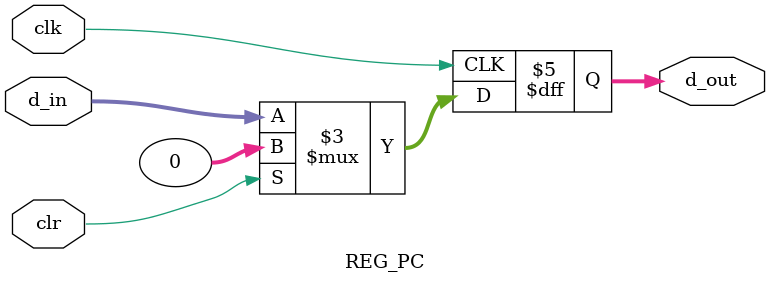
<source format=v>
`timescale 1ns / 1ps

module REG_PC(d_out,d_in, clr,clk);
    input [31:0] d_in;
    input clr, clk;
    output reg [31:0] d_out;
    
    always@(posedge clk) begin
        if(clr) d_out<=32'h00000000;
        else d_out<=d_in;
        end
        
endmodule

</source>
